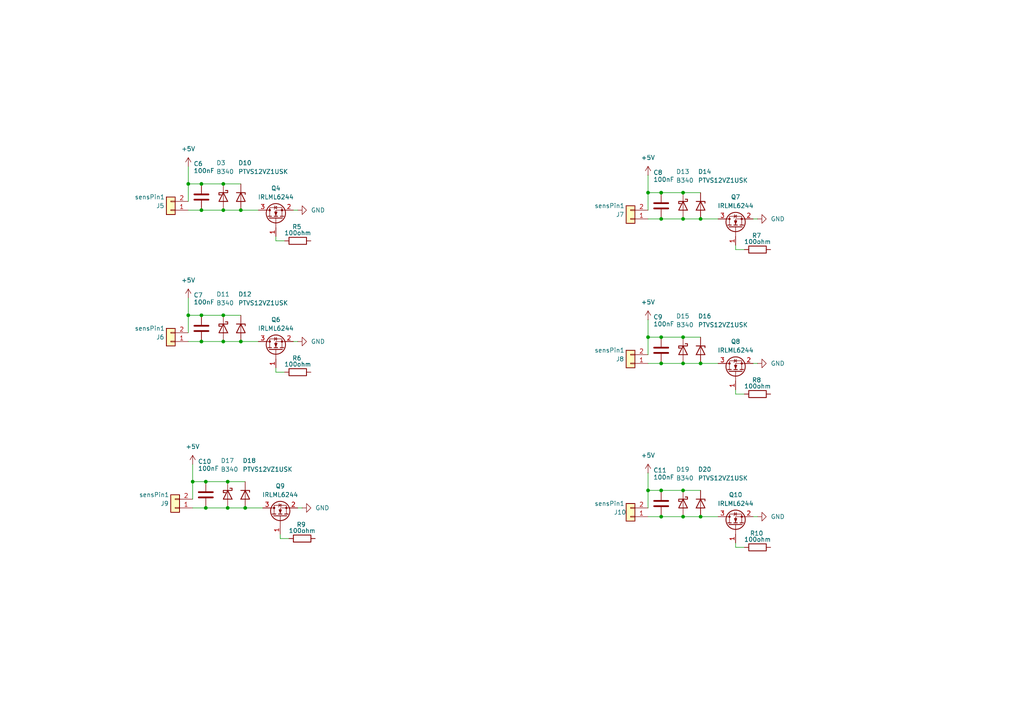
<source format=kicad_sch>
(kicad_sch (version 20231120) (generator "eeschema") (generator_version "8.0")
  (paper "A4")
  (lib_symbols
    (symbol "Connector_Generic:Conn_01x02" (pin_names (offset 1.016) hide)
      (property "Reference" "J" (at 0 2.54 0))
      (property "Value" "Conn_01x02" (at 0 -5.08 0))
      (symbol "Conn_01x02_1_1"
        (rectangle (start -1.27 -2.413) (end 0 -2.667) (stroke (width 0.1524)))
        (rectangle (start -1.27 0.127) (end 0 -0.127) (stroke (width 0.1524)))
        (rectangle (start -1.27 1.27) (end 1.27 -3.81) (stroke (width 0.254)) (fill (type background)))
        (pin passive line (at -5.08 0 0) (length 3.81) (name "Pin_1") (number "1"))
        (pin passive line (at -5.08 -2.54 0) (length 3.81) (name "Pin_2") (number "2"))
      )
    )
    (symbol "Device:C" (pin_numbers hide) (pin_names (offset 0.254))
      (property "Reference" "C" (at 0.635 2.54 0))
      (property "Value" "C" (at 0.635 -2.54 0))
      (symbol "C_0_1"
        (polyline (pts (xy -2.032 -0.762) (xy 2.032 -0.762)) (stroke (width 0.508)))
        (polyline (pts (xy -2.032 0.762) (xy 2.032 0.762)) (stroke (width 0.508)))
      )
      (symbol "C_1_1"
        (pin passive line (at 0 3.81 270) (length 2.794) (name "~") (number "1"))
        (pin passive line (at 0 -3.81 90) (length 2.794) (name "~") (number "2"))
      )
    )
    (symbol "Device:R" (pin_numbers hide) (pin_names (offset 0))
      (property "Reference" "R" (at 2.032 0 90))
      (property "Value" "R" (at 0 0 90))
      (symbol "R_0_1"
        (rectangle (start -1.016 -2.54) (end 1.016 2.54) (stroke (width 0.254)))
      )
      (symbol "R_1_1"
        (pin passive line (at 0 3.81 270) (length 1.27) (name "~") (number "1"))
        (pin passive line (at 0 -3.81 90) (length 1.27) (name "~") (number "2"))
      )
    )
    (symbol "Diode:B340" (pin_numbers hide) (pin_names (offset 1.016) hide)
      (property "Reference" "D" (at 0 2.54 0))
      (property "Value" "B340" (at 0 -2.54 0))
      (symbol "B340_0_1"
        (polyline (pts (xy 1.27 0) (xy -1.27 0)))
        (polyline (pts (xy 1.27 1.27) (xy 1.27 -1.27) (xy -1.27 0) (xy 1.27 1.27)) (stroke (width 0.254)))
        (polyline (pts (xy -1.905 0.635) (xy -1.905 1.27) (xy -1.27 1.27) (xy -1.27 -1.27) (xy -0.635 -1.27) (xy -0.635 -0.635)) (stroke (width 0.254)))
      )
      (symbol "B340_1_1"
        (pin passive line (at -3.81 0 0) (length 2.54) (name "K") (number "1"))
        (pin passive line (at 3.81 0 180) (length 2.54) (name "A") (number "2"))
      )
    )
    (symbol "Diode:PTVS12VZ1USK" (pin_numbers hide) (pin_names hide)
      (property "Reference" "D" (at 0 2.54 0))
      (property "Value" "PTVS12VZ1USK" (at 0 -2.54 0))
      (symbol "PTVS12VZ1USK_0_1"
        (polyline (pts (xy 1.27 0) (xy -1.27 0)))
        (polyline (pts (xy -1.27 -1.27) (xy -1.27 1.27) (xy -0.762 1.27)) (stroke (width 0.254)))
        (polyline (pts (xy 1.27 -1.27) (xy 1.27 1.27) (xy -1.27 0) (xy 1.27 -1.27)) (stroke (width 0.254)))
      )
      (symbol "PTVS12VZ1USK_1_1"
        (pin passive line (at -3.81 0 0) (length 2.54) (name "K") (number "1"))
        (pin passive line (at 3.81 0 180) (length 2.54) (name "A") (number "2"))
      )
    )
    (symbol "Transistor_FET:IRLML6244" (pin_names hide)
      (property "Reference" "Q" (at 5.08 1.905 0))
      (property "Value" "IRLML6244" (at 5.08 0 0))
      (symbol "IRLML6244_0_1"
        (polyline (pts (xy 0.254 0) (xy -2.54 0)))
        (polyline (pts (xy 0.254 1.905) (xy 0.254 -1.905)) (stroke (width 0.254)))
        (polyline (pts (xy 0.762 -1.27) (xy 0.762 -2.286)) (stroke (width 0.254)))
        (polyline (pts (xy 0.762 0.508) (xy 0.762 -0.508)) (stroke (width 0.254)))
        (polyline (pts (xy 0.762 2.286) (xy 0.762 1.27)) (stroke (width 0.254)))
        (polyline (pts (xy 2.54 2.54) (xy 2.54 1.778)))
        (polyline (pts (xy 2.54 -2.54) (xy 2.54 0) (xy 0.762 0)))
        (polyline (pts (xy 0.762 -1.778) (xy 3.302 -1.778) (xy 3.302 1.778) (xy 0.762 1.778)))
        (polyline (pts (xy 1.016 0) (xy 2.032 0.381) (xy 2.032 -0.381) (xy 1.016 0)) (fill (type outline)))
        (polyline (pts (xy 2.794 0.508) (xy 2.921 0.381) (xy 3.683 0.381) (xy 3.81 0.254)))
        (polyline (pts (xy 3.302 0.381) (xy 2.921 -0.254) (xy 3.683 -0.254) (xy 3.302 0.381)))
        (circle (center 1.651 0) (radius 2.794) (stroke (width 0.254)))
        (circle (center 2.54 -1.778) (radius 0.254) (fill (type outline)))
        (circle (center 2.54 1.778) (radius 0.254) (fill (type outline)))
      )
      (symbol "IRLML6244_1_1"
        (pin input line (at -5.08 0 0) (length 2.54) (name "G") (number "1"))
        (pin passive line (at 2.54 -5.08 90) (length 2.54) (name "S") (number "2"))
        (pin passive line (at 2.54 5.08 270) (length 2.54) (name "D") (number "3"))
      )
    )
    (symbol "power:+5V" (power) (pin_numbers hide) (pin_names (offset 0) hide)
      (property "Value" "+5V" (at 0 3.556 0))
      (symbol "+5V_0_1"
        (polyline (pts (xy -0.762 1.27) (xy 0 2.54)))
        (polyline (pts (xy 0 0) (xy 0 2.54)))
        (polyline (pts (xy 0 2.54) (xy 0.762 1.27)))
      )
      (symbol "+5V_1_1"
        (pin power_in line (at 0 0 90) (length 0) (name "~") (number "1"))
      )
    )
    (symbol "power:GND" (power) (pin_numbers hide) (pin_names (offset 0) hide)
      (property "Value" "GND" (at 0 -3.81 0))
      (symbol "GND_0_1"
        (polyline (pts (xy 0 0) (xy 0 -1.27) (xy 1.27 -1.27) (xy 0 -2.54) (xy -1.27 -1.27) (xy 0 -1.27)))
      )
      (symbol "GND_1_1"
        (pin power_in line (at 0 0 270) (length 0) (name "~") (number "1"))
      )
    )
  )
  (junction (at 198.12 97.79))
  (junction (at 69.85 60.96))
  (junction (at 191.77 105.41))
  (junction (at 198.12 105.41))
  (junction (at 58.42 99.06))
  (junction (at 71.12 147.32))
  (junction (at 191.77 149.86))
  (junction (at 64.77 99.06))
  (junction (at 64.77 60.96))
  (junction (at 58.42 53.34))
  (junction (at 59.69 147.32))
  (junction (at 55.88 139.7))
  (junction (at 191.77 142.24))
  (junction (at 54.61 91.44))
  (junction (at 66.04 139.7))
  (junction (at 191.77 63.5))
  (junction (at 187.96 55.88))
  (junction (at 66.04 147.32))
  (junction (at 203.2 149.86))
  (junction (at 187.96 97.79))
  (junction (at 58.42 91.44))
  (junction (at 191.77 97.79))
  (junction (at 198.12 142.24))
  (junction (at 191.77 55.88))
  (junction (at 203.2 105.41))
  (junction (at 64.77 53.34))
  (junction (at 187.96 142.24))
  (junction (at 58.42 60.96))
  (junction (at 59.69 139.7))
  (junction (at 64.77 91.44))
  (junction (at 198.12 63.5))
  (junction (at 69.85 99.06))
  (junction (at 203.2 63.5))
  (junction (at 198.12 149.86))
  (junction (at 54.61 53.34))
  (junction (at 198.12 55.88))
  (wire (pts (xy 191.77 142.24) (xy 198.12 142.24)))
  (wire (pts (xy 64.77 91.44) (xy 69.85 91.44)))
  (wire (pts (xy 198.12 55.88) (xy 203.2 55.88)))
  (wire (pts (xy 187.96 97.79) (xy 187.96 102.87)))
  (wire (pts (xy 213.36 72.39) (xy 213.36 71.12)))
  (wire (pts (xy 64.77 99.06) (xy 69.85 99.06)))
  (wire (pts (xy 55.88 147.32) (xy 59.69 147.32)))
  (wire (pts (xy 82.55 107.95) (xy 80.01 107.95)))
  (wire (pts (xy 219.71 63.5) (xy 218.44 63.5)))
  (wire (pts (xy 54.61 99.06) (xy 58.42 99.06)))
  (wire (pts (xy 54.61 60.96) (xy 58.42 60.96)))
  (wire (pts (xy 213.36 114.3) (xy 213.36 113.03)))
  (wire (pts (xy 198.12 97.79) (xy 203.2 97.79)))
  (wire (pts (xy 54.61 53.34) (xy 58.42 53.34)))
  (wire (pts (xy 87.63 147.32) (xy 86.36 147.32)))
  (wire (pts (xy 191.77 55.88) (xy 198.12 55.88)))
  (wire (pts (xy 203.2 63.5) (xy 208.28 63.5)))
  (wire (pts (xy 187.96 63.5) (xy 191.77 63.5)))
  (wire (pts (xy 219.71 105.41) (xy 218.44 105.41)))
  (wire (pts (xy 66.04 147.32) (xy 71.12 147.32)))
  (wire (pts (xy 187.96 55.88) (xy 191.77 55.88)))
  (wire (pts (xy 80.01 107.95) (xy 80.01 106.68)))
  (wire (pts (xy 64.77 53.34) (xy 69.85 53.34)))
  (wire (pts (xy 187.96 149.86) (xy 191.77 149.86)))
  (wire (pts (xy 198.12 63.5) (xy 203.2 63.5)))
  (wire (pts (xy 219.71 149.86) (xy 218.44 149.86)))
  (wire (pts (xy 69.85 99.06) (xy 74.93 99.06)))
  (wire (pts (xy 54.61 91.44) (xy 54.61 96.52)))
  (wire (pts (xy 191.77 149.86) (xy 198.12 149.86)))
  (wire (pts (xy 198.12 142.24) (xy 203.2 142.24)))
  (wire (pts (xy 69.85 60.96) (xy 74.93 60.96)))
  (wire (pts (xy 187.96 50.8) (xy 187.96 55.88)))
  (wire (pts (xy 55.88 134.62) (xy 55.88 139.7)))
  (wire (pts (xy 80.01 69.85) (xy 80.01 68.58)))
  (wire (pts (xy 215.9 72.39) (xy 213.36 72.39)))
  (wire (pts (xy 58.42 91.44) (xy 64.77 91.44)))
  (wire (pts (xy 191.77 63.5) (xy 198.12 63.5)))
  (wire (pts (xy 215.9 114.3) (xy 213.36 114.3)))
  (wire (pts (xy 55.88 139.7) (xy 55.88 144.78)))
  (wire (pts (xy 81.28 156.21) (xy 81.28 154.94)))
  (wire (pts (xy 59.69 139.7) (xy 66.04 139.7)))
  (wire (pts (xy 71.12 147.32) (xy 76.2 147.32)))
  (wire (pts (xy 54.61 91.44) (xy 58.42 91.44)))
  (wire (pts (xy 64.77 60.96) (xy 69.85 60.96)))
  (wire (pts (xy 54.61 48.26) (xy 54.61 53.34)))
  (wire (pts (xy 66.04 139.7) (xy 71.12 139.7)))
  (wire (pts (xy 83.82 156.21) (xy 81.28 156.21)))
  (wire (pts (xy 187.96 142.24) (xy 187.96 147.32)))
  (wire (pts (xy 187.96 55.88) (xy 187.96 60.96)))
  (wire (pts (xy 187.96 97.79) (xy 191.77 97.79)))
  (wire (pts (xy 215.9 158.75) (xy 213.36 158.75)))
  (wire (pts (xy 58.42 99.06) (xy 64.77 99.06)))
  (wire (pts (xy 54.61 86.36) (xy 54.61 91.44)))
  (wire (pts (xy 58.42 60.96) (xy 64.77 60.96)))
  (wire (pts (xy 187.96 92.71) (xy 187.96 97.79)))
  (wire (pts (xy 203.2 149.86) (xy 208.28 149.86)))
  (wire (pts (xy 86.36 99.06) (xy 85.09 99.06)))
  (wire (pts (xy 59.69 147.32) (xy 66.04 147.32)))
  (wire (pts (xy 203.2 105.41) (xy 208.28 105.41)))
  (wire (pts (xy 82.55 69.85) (xy 80.01 69.85)))
  (wire (pts (xy 54.61 53.34) (xy 54.61 58.42)))
  (wire (pts (xy 191.77 105.41) (xy 198.12 105.41)))
  (wire (pts (xy 187.96 137.16) (xy 187.96 142.24)))
  (wire (pts (xy 86.36 60.96) (xy 85.09 60.96)))
  (wire (pts (xy 55.88 139.7) (xy 59.69 139.7)))
  (wire (pts (xy 213.36 158.75) (xy 213.36 157.48)))
  (wire (pts (xy 198.12 149.86) (xy 203.2 149.86)))
  (wire (pts (xy 58.42 53.34) (xy 64.77 53.34)))
  (wire (pts (xy 187.96 105.41) (xy 191.77 105.41)))
  (wire (pts (xy 198.12 105.41) (xy 203.2 105.41)))
  (wire (pts (xy 187.96 142.24) (xy 191.77 142.24)))
  (wire (pts (xy 191.77 97.79) (xy 198.12 97.79)))
  (symbol (lib_id "power:GND") (at 219.71 105.41 90) (unit 1)
    (property "Reference" "#PWR013" (effects (hide yes)))
    (property "Value" "GND" (at 223.52 105.4099 90) (effects (justify right)))
    (property "Description" "Power symbol creates a global label with name \"GND\" , ground" (effects (hide yes)))
  )
  (symbol (lib_id "power:+5V") (at 187.96 50.8 0) (unit 1)
    (property "Reference" "#PWR010" (effects (hide yes)))
    (property "Value" "+5V" (at 187.96 45.72 0))
    (property "Description" "Power symbol creates a global label with name \"+5V\"" (effects (hide yes)))
  )
  (symbol (lib_id "power:+5V") (at 187.96 92.71 0) (unit 1)
    (property "Reference" "#PWR012" (effects (hide yes)))
    (property "Value" "+5V" (at 187.96 87.63 0))
    (property "Description" "Power symbol creates a global label with name \"+5V\"" (effects (hide yes)))
  )
  (symbol (lib_id "Device:C") (at 191.77 59.69 0) (unit 1)
    (property "Reference" "C8" (at 189.484 50.038 0) (effects (justify left)))
    (property "Value" "100nF" (at 189.484 52.07 0) (effects (justify left)))
    (property "Footprint" "Capacitor_SMD:C_0603_1608Metric_Pad1.08x0.95mm_HandSolder" (effects (hide yes)))
    (property "Description" "Unpolarized capacitor" (effects (hide yes)))
  )
  (symbol (lib_id "Diode:PTVS12VZ1USK") (at 69.85 57.15 270) (unit 1)
    (property "Reference" "D10" (at 69.088 47.244 90) (effects (justify left)))
    (property "Value" "PTVS12VZ1USK" (at 69.088 49.784 90) (effects (justify left)))
    (property "Footprint" "Diode_SMD:Nexperia_DSN1608-2_1.6x0.8mm" (effects (hide yes)))
    (property "Datasheet" "https://assets.nexperia.com/documents/data-sheet/PTVS12VZ1USK.pdf" (effects (hide yes)))
    (property "Description" "12V, 1900W TVS unidirectional diode, DSN1608-2" (effects (hide yes)))
  )
  (symbol (lib_id "Connector_Generic:Conn_01x02") (at 50.8 147.32 180) (unit 1)
    (property "Reference" "J9" (at 47.752 146.05 0))
    (property "Value" "sensPin1" (at 44.704 143.51 0))
    (property "Footprint" "Connector_JST:JST_XH_S2B-XH-A_1x02_P2.50mm_Horizontal" (effects (hide yes)))
    (property "Description" "Generic connector, single row, 01x02, script generated (kicad-library-utils/schlib/autogen/connector/)" (effects (hide yes)))
  )
  (symbol (lib_id "Transistor_FET:IRLML6244") (at 213.36 152.4 90) (unit 1)
    (property "Reference" "Q10" (at 213.36 143.51 90))
    (property "Value" "IRLML6244" (at 213.36 146.05 90))
    (property "Footprint" "Package_TO_SOT_SMD:SOT-23" (effects (hide yes)))
    (property "Datasheet" "https://www.infineon.com/dgdl/Infineon-IRLML6244-DataSheet-v01_01-EN.pdf?fileId=5546d462533600a4015356686fed261f" (effects (hide yes)))
    (property "Description" "6.3A Id, 20V Vds, 21mOhm Rds, N-Channel StrongIRFET Power MOSFET, SOT-23" (effects (hide yes)))
  )
  (symbol (lib_id "Transistor_FET:IRLML6244") (at 213.36 66.04 90) (unit 1)
    (property "Reference" "Q7" (at 213.36 57.15 90))
    (property "Value" "IRLML6244" (at 213.36 59.69 90))
    (property "Footprint" "Package_TO_SOT_SMD:SOT-23" (effects (hide yes)))
    (property "Datasheet" "https://www.infineon.com/dgdl/Infineon-IRLML6244-DataSheet-v01_01-EN.pdf?fileId=5546d462533600a4015356686fed261f" (effects (hide yes)))
    (property "Description" "6.3A Id, 20V Vds, 21mOhm Rds, N-Channel StrongIRFET Power MOSFET, SOT-23" (effects (hide yes)))
  )
  (symbol (lib_id "Device:C") (at 191.77 146.05 0) (unit 1)
    (property "Reference" "C11" (at 189.484 136.398 0) (effects (justify left)))
    (property "Value" "100nF" (at 189.484 138.43 0) (effects (justify left)))
    (property "Footprint" "Capacitor_SMD:C_0603_1608Metric_Pad1.08x0.95mm_HandSolder" (effects (hide yes)))
    (property "Description" "Unpolarized capacitor" (effects (hide yes)))
  )
  (symbol (lib_id "Device:R") (at 87.63 156.21 270) (unit 1)
    (property "Reference" "R9" (at 87.376 152.146 90))
    (property "Value" "100ohm" (at 87.63 153.924 90))
    (property "Footprint" "Resistor_SMD:R_0603_1608Metric_Pad0.98x0.95mm_HandSolder" (effects (hide yes)))
    (property "Description" "Resistor" (effects (hide yes)))
  )
  (symbol (lib_id "Diode:B340") (at 64.77 57.15 270) (unit 1)
    (property "Reference" "D3" (at 62.738 47.244 90) (effects (justify left)))
    (property "Value" "B340" (at 62.738 49.784 90) (effects (justify left)))
    (property "Footprint" "Diode_SMD:D_SMC" (effects (hide yes)))
    (property "Datasheet" "http://www.jameco.com/Jameco/Products/ProdDS/1538777.pdf" (effects (hide yes)))
    (property "Description" "40V 3A Schottky Barrier Rectifier Diode, SMC" (effects (hide yes)))
  )
  (symbol (lib_id "Device:C") (at 59.69 143.51 0) (unit 1)
    (property "Reference" "C10" (at 57.404 133.858 0) (effects (justify left)))
    (property "Value" "100nF" (at 57.404 135.89 0) (effects (justify left)))
    (property "Footprint" "Capacitor_SMD:C_0603_1608Metric_Pad1.08x0.95mm_HandSolder" (effects (hide yes)))
    (property "Description" "Unpolarized capacitor" (effects (hide yes)))
  )
  (symbol (lib_id "Connector_Generic:Conn_01x02") (at 182.88 105.41 180) (unit 1)
    (property "Reference" "J8" (at 179.832 104.14 0))
    (property "Value" "sensPin1" (at 176.784 101.6 0))
    (property "Footprint" "Connector_JST:JST_XH_S2B-XH-A_1x02_P2.50mm_Horizontal" (effects (hide yes)))
    (property "Description" "Generic connector, single row, 01x02, script generated (kicad-library-utils/schlib/autogen/connector/)" (effects (hide yes)))
  )
  (symbol (lib_id "Transistor_FET:IRLML6244") (at 80.01 101.6 90) (unit 1)
    (property "Reference" "Q6" (at 80.01 92.71 90))
    (property "Value" "IRLML6244" (at 80.01 95.25 90))
    (property "Footprint" "Package_TO_SOT_SMD:SOT-23" (effects (hide yes)))
    (property "Datasheet" "https://www.infineon.com/dgdl/Infineon-IRLML6244-DataSheet-v01_01-EN.pdf?fileId=5546d462533600a4015356686fed261f" (effects (hide yes)))
    (property "Description" "6.3A Id, 20V Vds, 21mOhm Rds, N-Channel StrongIRFET Power MOSFET, SOT-23" (effects (hide yes)))
  )
  (symbol (lib_id "Diode:B340") (at 64.77 95.25 270) (unit 1)
    (property "Reference" "D11" (at 62.738 85.344 90) (effects (justify left)))
    (property "Value" "B340" (at 62.738 87.884 90) (effects (justify left)))
    (property "Footprint" "Diode_SMD:D_SMC" (effects (hide yes)))
    (property "Datasheet" "http://www.jameco.com/Jameco/Products/ProdDS/1538777.pdf" (effects (hide yes)))
    (property "Description" "40V 3A Schottky Barrier Rectifier Diode, SMC" (effects (hide yes)))
  )
  (symbol (lib_id "Device:R") (at 219.71 114.3 270) (unit 1)
    (property "Reference" "R8" (at 219.456 110.236 90))
    (property "Value" "100ohm" (at 219.71 112.014 90))
    (property "Footprint" "Resistor_SMD:R_0603_1608Metric_Pad0.98x0.95mm_HandSolder" (effects (hide yes)))
    (property "Description" "Resistor" (effects (hide yes)))
  )
  (symbol (lib_id "Device:C") (at 58.42 95.25 0) (unit 1)
    (property "Reference" "C7" (at 56.134 85.598 0) (effects (justify left)))
    (property "Value" "100nF" (at 56.134 87.63 0) (effects (justify left)))
    (property "Footprint" "Capacitor_SMD:C_0603_1608Metric_Pad1.08x0.95mm_HandSolder" (effects (hide yes)))
    (property "Description" "Unpolarized capacitor" (effects (hide yes)))
  )
  (symbol (lib_id "Device:C") (at 191.77 101.6 0) (unit 1)
    (property "Reference" "C9" (at 189.484 91.948 0) (effects (justify left)))
    (property "Value" "100nF" (at 189.484 93.98 0) (effects (justify left)))
    (property "Footprint" "Capacitor_SMD:C_0603_1608Metric_Pad1.08x0.95mm_HandSolder" (effects (hide yes)))
    (property "Description" "Unpolarized capacitor" (effects (hide yes)))
  )
  (symbol (lib_id "Diode:B340") (at 66.04 143.51 270) (unit 1)
    (property "Reference" "D17" (at 64.008 133.604 90) (effects (justify left)))
    (property "Value" "B340" (at 64.008 136.144 90) (effects (justify left)))
    (property "Footprint" "Diode_SMD:D_SMC" (effects (hide yes)))
    (property "Datasheet" "http://www.jameco.com/Jameco/Products/ProdDS/1538777.pdf" (effects (hide yes)))
    (property "Description" "40V 3A Schottky Barrier Rectifier Diode, SMC" (effects (hide yes)))
  )
  (symbol (lib_id "power:+5V") (at 54.61 86.36 0) (unit 1)
    (property "Reference" "#PWR08" (effects (hide yes)))
    (property "Value" "+5V" (at 54.61 81.28 0))
    (property "Description" "Power symbol creates a global label with name \"+5V\"" (effects (hide yes)))
  )
  (symbol (lib_id "Diode:B340") (at 198.12 59.69 270) (unit 1)
    (property "Reference" "D13" (at 196.088 49.784 90) (effects (justify left)))
    (property "Value" "B340" (at 196.088 52.324 90) (effects (justify left)))
    (property "Footprint" "Diode_SMD:D_SMC" (effects (hide yes)))
    (property "Datasheet" "http://www.jameco.com/Jameco/Products/ProdDS/1538777.pdf" (effects (hide yes)))
    (property "Description" "40V 3A Schottky Barrier Rectifier Diode, SMC" (effects (hide yes)))
  )
  (symbol (lib_id "power:+5V") (at 187.96 137.16 0) (unit 1)
    (property "Reference" "#PWR016" (effects (hide yes)))
    (property "Value" "+5V" (at 187.96 132.08 0))
    (property "Description" "Power symbol creates a global label with name \"+5V\"" (effects (hide yes)))
  )
  (symbol (lib_id "Connector_Generic:Conn_01x02") (at 49.53 60.96 180) (unit 1)
    (property "Reference" "J5" (at 46.482 59.69 0))
    (property "Value" "sensPin1" (at 43.434 57.15 0))
    (property "Footprint" "Connector_JST:JST_XH_S2B-XH-A_1x02_P2.50mm_Horizontal" (effects (hide yes)))
    (property "Description" "Generic connector, single row, 01x02, script generated (kicad-library-utils/schlib/autogen/connector/)" (effects (hide yes)))
  )
  (symbol (lib_id "power:GND") (at 86.36 99.06 90) (unit 1)
    (property "Reference" "#PWR09" (effects (hide yes)))
    (property "Value" "GND" (at 90.17 99.0599 90) (effects (justify right)))
    (property "Description" "Power symbol creates a global label with name \"GND\" , ground" (effects (hide yes)))
  )
  (symbol (lib_id "Diode:PTVS12VZ1USK") (at 203.2 146.05 270) (unit 1)
    (property "Reference" "D20" (at 202.438 136.144 90) (effects (justify left)))
    (property "Value" "PTVS12VZ1USK" (at 202.438 138.684 90) (effects (justify left)))
    (property "Footprint" "Diode_SMD:Nexperia_DSN1608-2_1.6x0.8mm" (effects (hide yes)))
    (property "Datasheet" "https://assets.nexperia.com/documents/data-sheet/PTVS12VZ1USK.pdf" (effects (hide yes)))
    (property "Description" "12V, 1900W TVS unidirectional diode, DSN1608-2" (effects (hide yes)))
  )
  (symbol (lib_id "Device:R") (at 219.71 72.39 270) (unit 1)
    (property "Reference" "R7" (at 219.456 68.326 90))
    (property "Value" "100ohm" (at 219.71 70.104 90))
    (property "Footprint" "Resistor_SMD:R_0603_1608Metric_Pad0.98x0.95mm_HandSolder" (effects (hide yes)))
    (property "Description" "Resistor" (effects (hide yes)))
  )
  (symbol (lib_id "power:GND") (at 219.71 63.5 90) (unit 1)
    (property "Reference" "#PWR011" (effects (hide yes)))
    (property "Value" "GND" (at 223.52 63.4999 90) (effects (justify right)))
    (property "Description" "Power symbol creates a global label with name \"GND\" , ground" (effects (hide yes)))
  )
  (symbol (lib_id "Diode:PTVS12VZ1USK") (at 203.2 101.6 270) (unit 1)
    (property "Reference" "D16" (at 202.438 91.694 90) (effects (justify left)))
    (property "Value" "PTVS12VZ1USK" (at 202.438 94.234 90) (effects (justify left)))
    (property "Footprint" "Diode_SMD:Nexperia_DSN1608-2_1.6x0.8mm" (effects (hide yes)))
    (property "Datasheet" "https://assets.nexperia.com/documents/data-sheet/PTVS12VZ1USK.pdf" (effects (hide yes)))
    (property "Description" "12V, 1900W TVS unidirectional diode, DSN1608-2" (effects (hide yes)))
  )
  (symbol (lib_id "Device:R") (at 86.36 107.95 270) (unit 1)
    (property "Reference" "R6" (at 86.106 103.886 90))
    (property "Value" "100ohm" (at 86.36 105.664 90))
    (property "Footprint" "Resistor_SMD:R_0603_1608Metric_Pad0.98x0.95mm_HandSolder" (effects (hide yes)))
    (property "Description" "Resistor" (effects (hide yes)))
  )
  (symbol (lib_id "power:+5V") (at 55.88 134.62 0) (unit 1)
    (property "Reference" "#PWR014" (effects (hide yes)))
    (property "Value" "+5V" (at 55.88 129.54 0))
    (property "Description" "Power symbol creates a global label with name \"+5V\"" (effects (hide yes)))
  )
  (symbol (lib_id "Device:R") (at 86.36 69.85 270) (unit 1)
    (property "Reference" "R5" (at 86.106 65.786 90))
    (property "Value" "100ohm" (at 86.36 67.564 90))
    (property "Footprint" "Resistor_SMD:R_0603_1608Metric_Pad0.98x0.95mm_HandSolder" (effects (hide yes)))
    (property "Description" "Resistor" (effects (hide yes)))
  )
  (symbol (lib_id "Diode:B340") (at 198.12 146.05 270) (unit 1)
    (property "Reference" "D19" (at 196.088 136.144 90) (effects (justify left)))
    (property "Value" "B340" (at 196.088 138.684 90) (effects (justify left)))
    (property "Footprint" "Diode_SMD:D_SMC" (effects (hide yes)))
    (property "Datasheet" "http://www.jameco.com/Jameco/Products/ProdDS/1538777.pdf" (effects (hide yes)))
    (property "Description" "40V 3A Schottky Barrier Rectifier Diode, SMC" (effects (hide yes)))
  )
  (symbol (lib_id "Connector_Generic:Conn_01x02") (at 182.88 63.5 180) (unit 1)
    (property "Reference" "J7" (at 179.832 62.23 0))
    (property "Value" "sensPin1" (at 176.784 59.69 0))
    (property "Footprint" "Connector_JST:JST_XH_S2B-XH-A_1x02_P2.50mm_Horizontal" (effects (hide yes)))
    (property "Description" "Generic connector, single row, 01x02, script generated (kicad-library-utils/schlib/autogen/connector/)" (effects (hide yes)))
  )
  (symbol (lib_id "Diode:PTVS12VZ1USK") (at 203.2 59.69 270) (unit 1)
    (property "Reference" "D14" (at 202.438 49.784 90) (effects (justify left)))
    (property "Value" "PTVS12VZ1USK" (at 202.438 52.324 90) (effects (justify left)))
    (property "Footprint" "Diode_SMD:Nexperia_DSN1608-2_1.6x0.8mm" (effects (hide yes)))
    (property "Datasheet" "https://assets.nexperia.com/documents/data-sheet/PTVS12VZ1USK.pdf" (effects (hide yes)))
    (property "Description" "12V, 1900W TVS unidirectional diode, DSN1608-2" (effects (hide yes)))
  )
  (symbol (lib_id "power:GND") (at 219.71 149.86 90) (unit 1)
    (property "Reference" "#PWR017" (effects (hide yes)))
    (property "Value" "GND" (at 223.52 149.8599 90) (effects (justify right)))
    (property "Description" "Power symbol creates a global label with name \"GND\" , ground" (effects (hide yes)))
  )
  (symbol (lib_id "Diode:PTVS12VZ1USK") (at 71.12 143.51 270) (unit 1)
    (property "Reference" "D18" (at 70.358 133.604 90) (effects (justify left)))
    (property "Value" "PTVS12VZ1USK" (at 70.358 136.144 90) (effects (justify left)))
    (property "Footprint" "Diode_SMD:Nexperia_DSN1608-2_1.6x0.8mm" (effects (hide yes)))
    (property "Datasheet" "https://assets.nexperia.com/documents/data-sheet/PTVS12VZ1USK.pdf" (effects (hide yes)))
    (property "Description" "12V, 1900W TVS unidirectional diode, DSN1608-2" (effects (hide yes)))
  )
  (symbol (lib_id "power:GND") (at 87.63 147.32 90) (unit 1)
    (property "Reference" "#PWR015" (effects (hide yes)))
    (property "Value" "GND" (at 91.44 147.3199 90) (effects (justify right)))
    (property "Description" "Power symbol creates a global label with name \"GND\" , ground" (effects (hide yes)))
  )
  (symbol (lib_id "Transistor_FET:IRLML6244") (at 213.36 107.95 90) (unit 1)
    (property "Reference" "Q8" (at 213.36 99.06 90))
    (property "Value" "IRLML6244" (at 213.36 101.6 90))
    (property "Footprint" "Package_TO_SOT_SMD:SOT-23" (effects (hide yes)))
    (property "Datasheet" "https://www.infineon.com/dgdl/Infineon-IRLML6244-DataSheet-v01_01-EN.pdf?fileId=5546d462533600a4015356686fed261f" (effects (hide yes)))
    (property "Description" "6.3A Id, 20V Vds, 21mOhm Rds, N-Channel StrongIRFET Power MOSFET, SOT-23" (effects (hide yes)))
  )
  (symbol (lib_id "Transistor_FET:IRLML6244") (at 80.01 63.5 90) (unit 1)
    (property "Reference" "Q4" (at 80.01 54.61 90))
    (property "Value" "IRLML6244" (at 80.01 57.15 90))
    (property "Footprint" "Package_TO_SOT_SMD:SOT-23" (effects (hide yes)))
    (property "Datasheet" "https://www.infineon.com/dgdl/Infineon-IRLML6244-DataSheet-v01_01-EN.pdf?fileId=5546d462533600a4015356686fed261f" (effects (hide yes)))
    (property "Description" "6.3A Id, 20V Vds, 21mOhm Rds, N-Channel StrongIRFET Power MOSFET, SOT-23" (effects (hide yes)))
  )
  (symbol (lib_id "power:+5V") (at 54.61 48.26 0) (unit 1)
    (property "Reference" "#PWR02" (effects (hide yes)))
    (property "Value" "+5V" (at 54.61 43.18 0))
    (property "Description" "Power symbol creates a global label with name \"+5V\"" (effects (hide yes)))
  )
  (symbol (lib_id "Device:R") (at 219.71 158.75 270) (unit 1)
    (property "Reference" "R10" (at 219.456 154.686 90))
    (property "Value" "100ohm" (at 219.71 156.464 90))
    (property "Footprint" "Resistor_SMD:R_0603_1608Metric_Pad0.98x0.95mm_HandSolder" (effects (hide yes)))
    (property "Description" "Resistor" (effects (hide yes)))
  )
  (symbol (lib_id "power:GND") (at 86.36 60.96 90) (unit 1)
    (property "Reference" "#PWR07" (effects (hide yes)))
    (property "Value" "GND" (at 90.17 60.9599 90) (effects (justify right)))
    (property "Description" "Power symbol creates a global label with name \"GND\" , ground" (effects (hide yes)))
  )
  (symbol (lib_id "Diode:PTVS12VZ1USK") (at 69.85 95.25 270) (unit 1)
    (property "Reference" "D12" (at 69.088 85.344 90) (effects (justify left)))
    (property "Value" "PTVS12VZ1USK" (at 69.088 87.884 90) (effects (justify left)))
    (property "Footprint" "Diode_SMD:Nexperia_DSN1608-2_1.6x0.8mm" (effects (hide yes)))
    (property "Datasheet" "https://assets.nexperia.com/documents/data-sheet/PTVS12VZ1USK.pdf" (effects (hide yes)))
    (property "Description" "12V, 1900W TVS unidirectional diode, DSN1608-2" (effects (hide yes)))
  )
  (symbol (lib_id "Device:C") (at 58.42 57.15 0) (unit 1)
    (property "Reference" "C6" (at 56.134 47.498 0) (effects (justify left)))
    (property "Value" "100nF" (at 56.134 49.53 0) (effects (justify left)))
    (property "Footprint" "Capacitor_SMD:C_0603_1608Metric_Pad1.08x0.95mm_HandSolder" (effects (hide yes)))
    (property "Description" "Unpolarized capacitor" (effects (hide yes)))
  )
  (symbol (lib_id "Diode:B340") (at 198.12 101.6 270) (unit 1)
    (property "Reference" "D15" (at 196.088 91.694 90) (effects (justify left)))
    (property "Value" "B340" (at 196.088 94.234 90) (effects (justify left)))
    (property "Footprint" "Diode_SMD:D_SMC" (effects (hide yes)))
    (property "Datasheet" "http://www.jameco.com/Jameco/Products/ProdDS/1538777.pdf" (effects (hide yes)))
    (property "Description" "40V 3A Schottky Barrier Rectifier Diode, SMC" (effects (hide yes)))
  )
  (symbol (lib_id "Transistor_FET:IRLML6244") (at 81.28 149.86 90) (unit 1)
    (property "Reference" "Q9" (at 81.28 140.97 90))
    (property "Value" "IRLML6244" (at 81.28 143.51 90))
    (property "Footprint" "Package_TO_SOT_SMD:SOT-23" (effects (hide yes)))
    (property "Datasheet" "https://www.infineon.com/dgdl/Infineon-IRLML6244-DataSheet-v01_01-EN.pdf?fileId=5546d462533600a4015356686fed261f" (effects (hide yes)))
    (property "Description" "6.3A Id, 20V Vds, 21mOhm Rds, N-Channel StrongIRFET Power MOSFET, SOT-23" (effects (hide yes)))
  )
  (symbol (lib_id "Connector_Generic:Conn_01x02") (at 49.53 99.06 180) (unit 1)
    (property "Reference" "J6" (at 46.482 97.79 0))
    (property "Value" "sensPin1" (at 43.434 95.25 0))
    (property "Footprint" "Connector_JST:JST_XH_S2B-XH-A_1x02_P2.50mm_Horizontal" (effects (hide yes)))
    (property "Description" "Generic connector, single row, 01x02, script generated (kicad-library-utils/schlib/autogen/connector/)" (effects (hide yes)))
  )
  (symbol (lib_id "Connector_Generic:Conn_01x02") (at 182.88 149.86 180) (unit 1)
    (property "Reference" "J10" (at 179.832 148.59 0))
    (property "Value" "sensPin1" (at 176.784 146.05 0))
    (property "Footprint" "Connector_JST:JST_XH_S2B-XH-A_1x02_P2.50mm_Horizontal" (effects (hide yes)))
    (property "Description" "Generic connector, single row, 01x02, script generated (kicad-library-utils/schlib/autogen/connector/)" (effects (hide yes)))
  )
)
</source>
